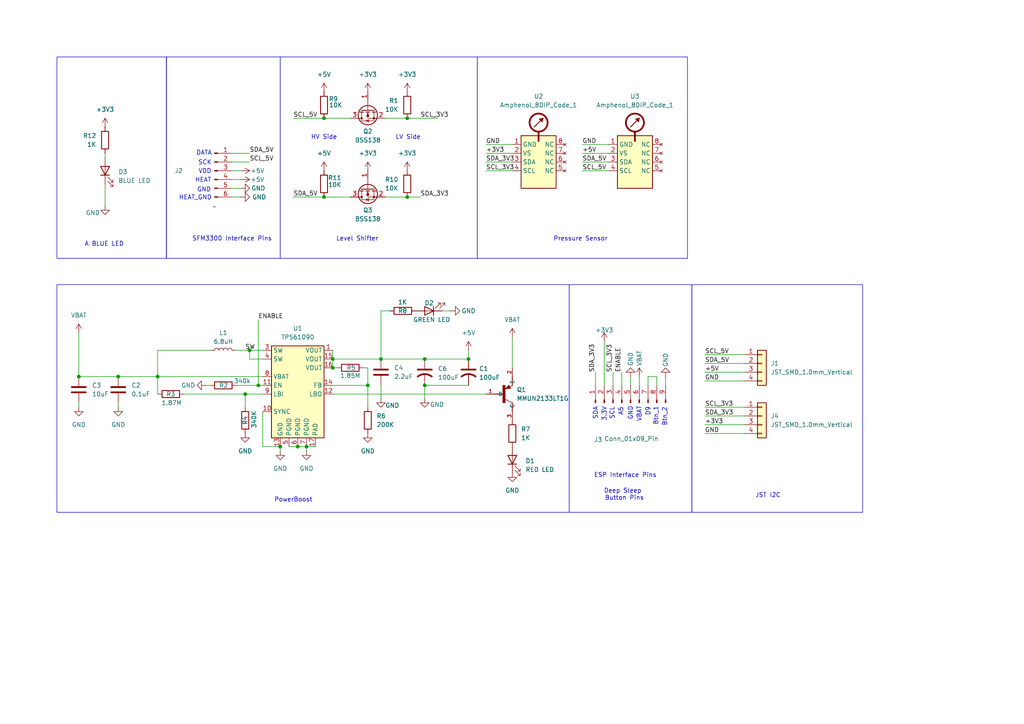
<source format=kicad_sch>
(kicad_sch (version 20250114) (generator "eeschema") (generator_version "9.0")
  (paper "A4")
  (title_block (title "Spiro Brick") (date "2025-12-30") (rev "1.3.0") (comment 1 "Urs Utzinger") (comment 2 "Mohammed T Altekreeti"))
  (lib_symbols
    (symbol "Connector:Conn_01x06_Pin" (pin_names (offset 1.016) (hide yes))
      (property "Reference" "J" (at 0 7.62 0))
      (property "Value" "Conn_01x06_Pin" (at 0 -10.16 0))
      (symbol "Conn_01x06_Pin_1_1"
        (rectangle (start 0.8636 5.207) (end 0 4.953) (stroke (width 0.1524)) (fill (type outline)))
        (rectangle (start 0.8636 2.667) (end 0 2.413) (stroke (width 0.1524)) (fill (type outline)))
        (rectangle (start 0.8636 0.127) (end 0 -0.127) (stroke (width 0.1524)) (fill (type outline)))
        (rectangle (start 0.8636 -2.413) (end 0 -2.667) (stroke (width 0.1524)) (fill (type outline)))
        (rectangle (start 0.8636 -4.953) (end 0 -5.207) (stroke (width 0.1524)) (fill (type outline)))
        (rectangle (start 0.8636 -7.493) (end 0 -7.747) (stroke (width 0.1524)) (fill (type outline)))
        (polyline (pts (xy 1.27 5.08) (xy 0.8636 5.08)) (stroke (width 0.1524)))
        (polyline (pts (xy 1.27 2.54) (xy 0.8636 2.54)) (stroke (width 0.1524)))
        (polyline (pts (xy 1.27 0) (xy 0.8636 0)) (stroke (width 0.1524)))
        (polyline (pts (xy 1.27 -2.54) (xy 0.8636 -2.54)) (stroke (width 0.1524)))
        (polyline (pts (xy 1.27 -5.08) (xy 0.8636 -5.08)) (stroke (width 0.1524)))
        (polyline (pts (xy 1.27 -7.62) (xy 0.8636 -7.62)) (stroke (width 0.1524)))
        (pin passive line (at 5.08 5.08 180) (length 3.81) (name "Pin_1") (number "1"))
        (pin passive line (at 5.08 2.54 180) (length 3.81) (name "Pin_2") (number "2"))
        (pin passive line (at 5.08 0 180) (length 3.81) (name "Pin_3") (number "3"))
        (pin passive line (at 5.08 -2.54 180) (length 3.81) (name "Pin_4") (number "4"))
        (pin passive line (at 5.08 -5.08 180) (length 3.81) (name "Pin_5") (number "5"))
        (pin passive line (at 5.08 -7.62 180) (length 3.81) (name "Pin_6") (number "6"))
      )
    )
    (symbol "Connector:Conn_01x09_Pin" (pin_names (offset 1.016) (hide yes))
      (property "Reference" "J" (at 0 12.7 0))
      (property "Value" "Conn_01x09_Pin" (at 0 -12.7 0))
      (symbol "Conn_01x09_Pin_1_1"
        (rectangle (start 0.8636 10.287) (end 0 10.033) (stroke (width 0.1524)) (fill (type outline)))
        (rectangle (start 0.8636 7.747) (end 0 7.493) (stroke (width 0.1524)) (fill (type outline)))
        (rectangle (start 0.8636 5.207) (end 0 4.953) (stroke (width 0.1524)) (fill (type outline)))
        (rectangle (start 0.8636 2.667) (end 0 2.413) (stroke (width 0.1524)) (fill (type outline)))
        (rectangle (start 0.8636 0.127) (end 0 -0.127) (stroke (width 0.1524)) (fill (type outline)))
        (rectangle (start 0.8636 -2.413) (end 0 -2.667) (stroke (width 0.1524)) (fill (type outline)))
        (rectangle (start 0.8636 -4.953) (end 0 -5.207) (stroke (width 0.1524)) (fill (type outline)))
        (rectangle (start 0.8636 -7.493) (end 0 -7.747) (stroke (width 0.1524)) (fill (type outline)))
        (rectangle (start 0.8636 -10.033) (end 0 -10.287) (stroke (width 0.1524)) (fill (type outline)))
        (polyline (pts (xy 1.27 10.16) (xy 0.8636 10.16)) (stroke (width 0.1524)))
        (polyline (pts (xy 1.27 7.62) (xy 0.8636 7.62)) (stroke (width 0.1524)))
        (polyline (pts (xy 1.27 5.08) (xy 0.8636 5.08)) (stroke (width 0.1524)))
        (polyline (pts (xy 1.27 2.54) (xy 0.8636 2.54)) (stroke (width 0.1524)))
        (polyline (pts (xy 1.27 0) (xy 0.8636 0)) (stroke (width 0.1524)))
        (polyline (pts (xy 1.27 -2.54) (xy 0.8636 -2.54)) (stroke (width 0.1524)))
        (polyline (pts (xy 1.27 -5.08) (xy 0.8636 -5.08)) (stroke (width 0.1524)))
        (polyline (pts (xy 1.27 -7.62) (xy 0.8636 -7.62)) (stroke (width 0.1524)))
        (polyline (pts (xy 1.27 -10.16) (xy 0.8636 -10.16)) (stroke (width 0.1524)))
        (pin passive line (at 5.08 10.16 180) (length 3.81) (name "Pin_1") (number "1"))
        (pin passive line (at 5.08 7.62 180) (length 3.81) (name "Pin_2") (number "2"))
        (pin passive line (at 5.08 5.08 180) (length 3.81) (name "Pin_3") (number "3"))
        (pin passive line (at 5.08 2.54 180) (length 3.81) (name "Pin_4") (number "4"))
        (pin passive line (at 5.08 0 180) (length 3.81) (name "Pin_5") (number "5"))
        (pin passive line (at 5.08 -2.54 180) (length 3.81) (name "Pin_6") (number "6"))
        (pin passive line (at 5.08 -5.08 180) (length 3.81) (name "Pin_7") (number "7"))
        (pin passive line (at 5.08 -7.62 180) (length 3.81) (name "Pin_8") (number "8"))
        (pin passive line (at 5.08 -10.16 180) (length 3.81) (name "Pin_9") (number "9"))
      )
    )
    (symbol "Device:C" (pin_numbers (hide yes)) (pin_names (offset 0.254))
      (property "Reference" "C" (at 0.635 2.54 0))
      (property "Value" "C" (at 0.635 -2.54 0))
      (symbol "C_0_1"
        (polyline (pts (xy -2.032 0.762) (xy 2.032 0.762)) (stroke (width 0.508)))
        (polyline (pts (xy -2.032 -0.762) (xy 2.032 -0.762)) (stroke (width 0.508)))
      )
      (symbol "C_1_1"
        (pin passive line (at 0 3.81 270) (length 2.794) (name "~") (number "1"))
        (pin passive line (at 0 -3.81 90) (length 2.794) (name "~") (number "2"))
      )
    )
    (symbol "Device:C_US" (pin_numbers (hide yes)) (pin_names (offset 0.254) (hide yes))
      (property "Reference" "C" (at 0.635 2.54 0))
      (property "Value" "C_US" (at 0.635 -2.54 0))
      (symbol "C_US_0_1"
        (polyline (pts (xy -2.032 0.762) (xy 2.032 0.762)) (stroke (width 0.508)))
        (arc (start -2.032 -1.27) (mid 0 -0.5572) (end 2.032 -1.27) (stroke (width 0.508)))
      )
      (symbol "C_US_1_1"
        (pin passive line (at 0 3.81 270) (length 2.794) (name "~") (number "1"))
        (pin passive line (at 0 -3.81 90) (length 3.302) (name "~") (number "2"))
      )
    )
    (symbol "Device:L" (pin_numbers (hide yes)) (pin_names (offset 1.016) (hide yes))
      (property "Reference" "L" (at -1.27 0 90))
      (property "Value" "L" (at 1.905 0 90))
      (symbol "L_0_1"
        (arc (start 0 2.54) (mid 0.6323 1.905) (end 0 1.27))
        (arc (start 0 1.27) (mid 0.6323 0.635) (end 0 0))
        (arc (start 0 0) (mid 0.6323 -0.635) (end 0 -1.27))
        (arc (start 0 -1.27) (mid 0.6323 -1.905) (end 0 -2.54))
      )
      (symbol "L_1_1"
        (pin passive line (at 0 3.81 270) (length 1.27) (name "1") (number "1"))
        (pin passive line (at 0 -3.81 90) (length 1.27) (name "2") (number "2"))
      )
    )
    (symbol "Device:LED" (pin_numbers (hide yes)) (pin_names (offset 1.016) (hide yes))
      (property "Reference" "D" (at 0 2.54 0))
      (property "Value" "LED" (at 0 -2.54 0))
      (symbol "LED_0_1"
        (polyline (pts (xy -3.048 -0.762) (xy -4.572 -2.286) (xy -3.81 -2.286) (xy -4.572 -2.286) (xy -4.572 -1.524)))
        (polyline (pts (xy -1.778 -0.762) (xy -3.302 -2.286) (xy -2.54 -2.286) (xy -3.302 -2.286) (xy -3.302 -1.524)))
        (polyline (pts (xy -1.27 0) (xy 1.27 0)))
        (polyline (pts (xy -1.27 -1.27) (xy -1.27 1.27)) (stroke (width 0.254)))
        (polyline (pts (xy 1.27 -1.27) (xy 1.27 1.27) (xy -1.27 0) (xy 1.27 -1.27)) (stroke (width 0.254)))
      )
      (symbol "LED_1_1"
        (pin passive line (at -3.81 0 0) (length 2.54) (name "K") (number "1"))
        (pin passive line (at 3.81 0 180) (length 2.54) (name "A") (number "2"))
      )
    )
    (symbol "Device:R" (pin_numbers (hide yes)) (pin_names (offset 0))
      (property "Reference" "R" (at 2.032 0 90))
      (property "Value" "R" (at 0 0 90))
      (symbol "R_0_1"
        (rectangle (start -1.016 -2.54) (end 1.016 2.54) (stroke (width 0.254)))
      )
      (symbol "R_1_1"
        (pin passive line (at 0 3.81 270) (length 1.27) (name "~") (number "1"))
        (pin passive line (at 0 -3.81 90) (length 1.27) (name "~") (number "2"))
      )
    )
    (symbol "MMUN2133LT1G:MMUN2133LT1G" (pin_names (offset 1.016))
      (property "Reference" "Q" (at 5.084 0 0))
      (property "Value" "MMUN2133LT1G" (at 5.086 -2.543 0))
      (symbol "MMUN2133LT1G_0_0"
        (polyline (pts (xy -2.54 0) (xy 0 0)) (stroke (width 0.254)))
        (rectangle (start -0.254 -2.54) (end 0.508 2.54) (stroke (width 0.1)) (fill (type outline)))
        (polyline (pts (xy 0.5159 1.478) (xy 2.0861 1.6779)) (stroke (width 0.1524)))
        (polyline (pts (xy 0.762 1.651) (xy 1.778 1.778)) (stroke (width 0.254)))
        (polyline (pts (xy 1.143 1.905) (xy 1.524 1.905)) (stroke (width 0.254)))
        (polyline (pts (xy 1.524 2.413) (xy 0.762 1.651)) (stroke (width 0.254)))
        (polyline (pts (xy 1.524 2.159) (xy 1.143 1.905)) (stroke (width 0.254)))
        (polyline (pts (xy 1.5781 2.5941) (xy 0.5159 1.478)) (stroke (width 0.1524)))
        (polyline (pts (xy 1.778 1.778) (xy 1.524 2.159)) (stroke (width 0.254)))
        (polyline (pts (xy 1.905 1.778) (xy 1.524 2.413)) (stroke (width 0.254)))
        (polyline (pts (xy 2.0861 1.6779) (xy 1.5781 2.5941)) (stroke (width 0.1524)))
        (polyline (pts (xy 2.54 5.08) (xy 2.54 2.54)) (stroke (width 0.254)))
        (polyline (pts (xy 2.54 2.54) (xy 1.808 2.1239)) (stroke (width 0.1524)))
        (polyline (pts (xy 2.54 -2.54) (xy 0.508 -1.524)) (stroke (width 0.1524)))
        (polyline (pts (xy 2.54 -2.54) (xy 2.54 -5.08)) (stroke (width 0.254)))
        (pin input line (at -5.08 0 0) (length 2.54) (name "B") (number "1"))
        (pin passive line (at 2.54 7.62 270) (length 2.54) (name "E") (number "2"))
        (pin output line (at 2.54 -7.62 90) (length 2.54) (name "C") (number "3"))
      )
    )
    (symbol "PCM_SparkFun-Connector:Conn_01x04_JST_P1.0mm_Vertical_SMD" (pin_names (offset 1.016) (hide yes))
      (property "Reference" "J" (at 0 5.08 0))
      (property "Value" "JST_SMD_1.0mm_Vertical" (at 0 -7.62 0))
      (symbol "Conn_01x04_JST_P1.0mm_Vertical_SMD_1_1"
        (rectangle (start -1.27 3.81) (end 1.27 -6.35) (stroke (width 0.254)) (fill (type background)))
        (rectangle (start -1.27 2.667) (end 0 2.413) (stroke (width 0.1524)))
        (rectangle (start -1.27 0.127) (end 0 -0.127) (stroke (width 0.1524)))
        (rectangle (start -1.27 -2.413) (end 0 -2.667) (stroke (width 0.1524)))
        (rectangle (start -1.27 -4.953) (end 0 -5.207) (stroke (width 0.1524)))
        (pin passive line (at -5.08 2.54 0) (length 3.81) (name "Pin_1") (number "1"))
        (pin passive line (at -5.08 0 0) (length 3.81) (name "Pin_2") (number "2"))
        (pin passive line (at -5.08 -2.54 0) (length 3.81) (name "Pin_3") (number "3"))
        (pin passive line (at -5.08 -5.08 0) (length 3.81) (name "Pin_4") (number "4"))
      )
    )
    (symbol "Regulator_Switching:TPS61090"
      (property "Reference" "U" (at -7.62 15.24 0))
      (property "Value" "TPS61090" (at 1.27 15.24 0))
      (symbol "TPS61090_0_0"
        (pin passive line (at -10.16 12.7 0) (length 2.54) (name "SW") (number "3"))
        (pin passive line (at -10.16 10.16 0) (length 2.54) (name "SW") (number "4"))
        (pin power_in line (at -10.16 5.08 0) (length 2.54) (name "VBAT") (number "8"))
        (pin input line (at -10.16 2.54 0) (length 2.54) (name "EN") (number "11"))
        (pin input line (at -10.16 0 0) (length 2.54) (name "LBI") (number "9"))
        (pin input line (at -10.16 -5.08 0) (length 2.54) (name "SYNC") (number "10"))
        (pin power_in line (at -5.08 -15.24 90) (length 2.54) (name "GND") (number "13"))
        (pin power_in line (at -2.54 -15.24 90) (length 2.54) (name "PGND") (number "5"))
        (pin power_in line (at 0 -15.24 90) (length 2.54) (name "PGND") (number "6"))
        (pin power_in line (at 2.54 -15.24 90) (length 2.54) (name "PGND") (number "7"))
        (pin power_in line (at 5.08 -15.24 90) (length 2.54) (name "PAD") (number "17"))
        (pin power_out line (at 10.16 12.7 180) (length 2.54) (name "VOUT") (number "1"))
        (pin passive line (at 10.16 10.16 180) (length 2.54) (name "VOUT") (number "15"))
        (pin passive line (at 10.16 7.62 180) (length 2.54) (name "VOUT") (number "16"))
        (pin input line (at 10.16 2.54 180) (length 2.54) (name "FB") (number "14"))
        (pin open_collector line (at 10.16 0 180) (length 2.54) (name "LBO") (number "12"))
        (pin no_connect line (at 10.16 -5.08 180) (length 2.54) (hide yes) (name "NC") (number "2"))
      )
      (symbol "TPS61090_0_1"
        (rectangle (start -7.62 13.97) (end 7.62 -12.7) (stroke (width 0.254)) (fill (type background)))
      )
    )
    (symbol "Spiro_Brick:8DIP_Amphenol_Code_1"
      (property "Reference" "U" (at -5.08 8.89 0))
      (property "Value" "Amphenol_8DIP_Code_1" (at -10.922 -5.588 0))
      (symbol "8DIP_Amphenol_Code_1_0_1"
        (rectangle (start -5.08 7.62) (end 5.08 -7.62) (stroke (width 0.254)) (fill (type background)))
        (polyline (pts (xy -1.27 10.16) (xy 1.27 12.7)) (stroke (width 0.254)))
        (circle (center 0 11.43) (radius 2.6162) (stroke (width 0.508)))
        (polyline (pts (xy 0 8.636) (xy 0 6.096)) (stroke (width 0.508)))
        (polyline (pts (xy 1.27 12.7) (xy 1.016 11.684) (xy 0.254 12.446) (xy 1.27 12.7)) (stroke (width 0.254)) (fill (type outline)))
      )
      (symbol "8DIP_Amphenol_Code_1_1_0"
        (pin no_connect line (at 7.62 0 180) (length 2.54) (name "NC") (number "6"))
        (pin no_connect line (at 7.62 -2.54 180) (length 2.54) (name "NC") (number "5"))
      )
      (symbol "8DIP_Amphenol_Code_1_1_1"
        (pin power_in line (at -7.62 5.08 0) (length 2.54) (name "GND") (number "1"))
        (pin power_in line (at -7.62 2.54 0) (length 2.54) (name "VS") (number "2"))
        (pin bidirectional line (at -7.62 0 0) (length 2.54) (name "SDA") (number "3"))
        (pin input line (at -7.62 -2.54 0) (length 2.54) (name "SCL") (number "4"))
        (pin no_connect line (at 7.62 5.08 180) (length 2.54) (name "NC") (number "8"))
        (pin no_connect line (at 7.62 2.54 180) (length 2.54) (name "NC") (number "7"))
      )
    )
    (symbol "Transistor_FET:BSS138" (pin_names (offset 0) (hide yes))
      (property "Reference" "Q" (at 5.08 1.905 0))
      (property "Value" "BSS138" (at 5.08 0 0))
      (symbol "BSS138_0_1"
        (polyline (pts (xy 0.254 1.905) (xy 0.254 -1.905)) (stroke (width 0.254)))
        (polyline (pts (xy 0.254 0) (xy -2.54 0)))
        (polyline (pts (xy 0.762 2.286) (xy 0.762 1.27)) (stroke (width 0.254)))
        (polyline (pts (xy 0.762 0.508) (xy 0.762 -0.508)) (stroke (width 0.254)))
        (polyline (pts (xy 0.762 -1.27) (xy 0.762 -2.286)) (stroke (width 0.254)))
        (polyline (pts (xy 0.762 -1.778) (xy 3.302 -1.778) (xy 3.302 1.778) (xy 0.762 1.778)))
        (polyline (pts (xy 1.016 0) (xy 2.032 0.381) (xy 2.032 -0.381) (xy 1.016 0)) (fill (type outline)))
        (circle (center 1.651 0) (radius 2.794) (stroke (width 0.254)))
        (polyline (pts (xy 2.54 2.54) (xy 2.54 1.778)))
        (circle (center 2.54 1.778) (radius 0.254) (fill (type outline)))
        (circle (center 2.54 -1.778) (radius 0.254) (fill (type outline)))
        (polyline (pts (xy 2.54 -2.54) (xy 2.54 0) (xy 0.762 0)))
        (polyline (pts (xy 2.921 0.381) (xy 3.683 0.381)))
        (polyline (pts (xy 3.302 0.381) (xy 2.921 -0.254) (xy 3.683 -0.254) (xy 3.302 0.381)))
      )
      (symbol "BSS138_1_1"
        (pin input line (at -5.08 0 0) (length 2.54) (name "G") (number "1"))
        (pin passive line (at 2.54 5.08 270) (length 2.54) (name "D") (number "3"))
        (pin passive line (at 2.54 -5.08 90) (length 2.54) (name "S") (number "2"))
      )
    )
    (symbol "power:+3V3" (power) (pin_numbers (hide yes)) (pin_names (offset 0) (hide yes))
      (property "Value" "+3V3" (at 0 3.556 0))
      (symbol "+3V3_0_1"
        (polyline (pts (xy -0.762 1.27) (xy 0 2.54)))
        (polyline (pts (xy 0 2.54) (xy 0.762 1.27)))
        (polyline (pts (xy 0 0) (xy 0 2.54)))
      )
      (symbol "+3V3_1_1"
        (pin power_in line (at 0 0 90) (length 0) (name "~") (number "1"))
      )
    )
    (symbol "power:+3V8" (power) (pin_numbers (hide yes)) (pin_names (offset 0) (hide yes))
      (property "Value" "+3V8" (at 0 3.556 0))
      (symbol "+3V8_0_1"
        (polyline (pts (xy -0.762 1.27) (xy 0 2.54)))
        (polyline (pts (xy 0 2.54) (xy 0.762 1.27)))
        (polyline (pts (xy 0 0) (xy 0 2.54)))
      )
      (symbol "+3V8_1_1"
        (pin power_in line (at 0 0 90) (length 0) (name "~") (number "1"))
      )
    )
    (symbol "power:+5V" (power) (pin_numbers (hide yes)) (pin_names (offset 0) (hide yes))
      (property "Value" "+5V" (at 0 3.556 0))
      (symbol "+5V_0_1"
        (polyline (pts (xy -0.762 1.27) (xy 0 2.54)))
        (polyline (pts (xy 0 2.54) (xy 0.762 1.27)))
        (polyline (pts (xy 0 0) (xy 0 2.54)))
      )
      (symbol "+5V_1_1"
        (pin power_in line (at 0 0 90) (length 0) (name "~") (number "1"))
      )
    )
    (symbol "power:GND" (power) (pin_numbers (hide yes)) (pin_names (offset 0) (hide yes))
      (property "Value" "GND" (at 0 -3.81 0))
      (symbol "GND_0_1"
        (polyline (pts (xy 0 0) (xy 0 -1.27) (xy 1.27 -1.27) (xy 0 -2.54) (xy -1.27 -1.27) (xy 0 -1.27)))
      )
      (symbol "GND_1_1"
        (pin power_in line (at 0 0 270) (length 0) (name "~") (number "1"))
      )
    )
  )
  (rectangle (start 200.66 82.55) (end 250.19 148.59))
  (rectangle (start 16.51 82.55) (end 165.1 148.59))
  (rectangle (start 81.28 16.51) (end 138.43 74.93))
  (rectangle (start 138.43 16.51) (end 199.39 74.93))
  (rectangle (start 165.1 82.55) (end 200.66 148.59))
  (rectangle (start 48.26 16.51) (end 81.28 74.93))
  (rectangle (start 16.51 16.51) (end 48.26 74.93))
  (text "A5" (at 180.086 119.38 90) (effects (font (size 1.27 1.27))))
  (text "HEAT" (at 58.928 52.324 0) (effects (font (size 1.27 1.27))))
  (text "SDA" (at 172.72 119.888 90) (effects (font (size 1.27 1.27))))
  (text "ESP Interface Pins\n" (at 181.356 137.922 0) (effects (font (size 1.27 1.27))))
  (text "SFM3300 Interface Pins" (at 67.31 69.342 0) (effects (font (size 1.27 1.27))))
  (text "Level Shifter" (at 103.632 69.342 0) (effects (font (size 1.27 1.27))))
  (text "SCK" (at 59.436 47.244 0) (effects (font (size 1.27 1.27))))
  (text "SCL" (at 177.546 119.888 90) (effects (font (size 1.27 1.27))))
  (text "HV Side\n" (at 93.98 39.878 0) (effects (font (size 1.27 1.27))))
  (text "Deep Sleep \nButton Pins\n" (at 181.102 143.51 0) (effects (font (size 1.27 1.27))))
  (text "Btn_1" (at 190.246 120.65 90) (effects (font (size 1.27 1.27))))
  (text "Btn_2" (at 192.786 120.904 90) (effects (font (size 1.27 1.27))))
  (text "LV Side\n" (at 118.364 39.878 0) (effects (font (size 1.27 1.27))))
  (text "DATA" (at 59.182 44.45 0) (effects (font (size 1.27 1.27))))
  (text "D9" (at 187.96 119.38 90) (effects (font (size 1.27 1.27))))
  (text "Pressure Sensor" (at 168.402 69.342 0) (effects (font (size 1.27 1.27))))
  (text "GND" (at 59.182 55.118 0) (effects (font (size 1.27 1.27))))
  (text "VBAT" (at 185.42 120.142 90) (effects (font (size 1.27 1.27))))
  (text "PowerBoost" (at 85.09 145.034 0) (effects (font (size 1.27 1.27))))
  (text "A BLUE LED" (at 30.226 70.866 0) (effects (font (size 1.27 1.27))))
  (text "3.3V" (at 175.26 120.142 90) (effects (font (size 1.27 1.27))))
  (text "VDD" (at 59.436 49.784 0) (effects (font (size 1.27 1.27))))
  (text "JST I2C" (at 222.758 143.764 0) (effects (font (size 1.27 1.27))))
  (text "HEAT_GND" (at 56.642 57.404 0) (effects (font (size 1.27 1.27))))
  (text "GND" (at 182.88 119.888 90) (effects (font (size 1.27 1.27))))
  (junction (at 74.93 111.76))
  (junction (at 96.52 106.68))
  (junction (at 93.98 57.15))
  (junction (at 96.52 104.14))
  (junction (at 123.19 104.14))
  (junction (at 123.19 111.76))
  (junction (at 81.28 129.54))
  (junction (at 34.29 109.22))
  (junction (at 45.72 109.22))
  (junction (at 22.86 109.22))
  (junction (at 135.89 104.14))
  (junction (at 110.49 104.14))
  (junction (at 88.9 129.54))
  (junction (at 118.11 34.29))
  (junction (at 72.39 101.6))
  (junction (at 93.98 34.29))
  (junction (at 106.68 111.76))
  (junction (at 118.11 57.15))
  (junction (at 86.36 129.54))
  (junction (at 71.12 114.3))
  (wire (pts (xy 204.47 110.49) (xy 215.9 110.49)))
  (wire (pts (xy 68.58 111.76) (xy 74.93 111.76)))
  (wire (pts (xy 128.27 90.17) (xy 130.81 90.17)))
  (wire (pts (xy 204.47 125.73) (xy 215.9 125.73)))
  (wire (pts (xy 168.91 44.45) (xy 176.53 44.45)))
  (wire (pts (xy 204.47 118.11) (xy 215.9 118.11)))
  (wire (pts (xy 96.52 106.68) (xy 97.79 106.68)))
  (wire (pts (xy 88.9 129.54) (xy 88.9 130.81)))
  (wire (pts (xy 83.82 129.54) (xy 86.36 129.54)))
  (wire (pts (xy 45.72 101.6) (xy 60.96 101.6)))
  (wire (pts (xy 105.41 106.68) (xy 106.68 106.68)))
  (wire (pts (xy 110.49 90.17) (xy 110.49 104.14)))
  (wire (pts (xy 185.42 109.22) (xy 185.42 111.76)))
  (wire (pts (xy 72.39 104.14) (xy 72.39 101.6)))
  (wire (pts (xy 110.49 104.14) (xy 123.19 104.14)))
  (wire (pts (xy 76.2 129.54) (xy 81.28 129.54)))
  (wire (pts (xy 140.97 49.53) (xy 148.59 49.53)))
  (wire (pts (xy 135.89 101.6) (xy 135.89 104.14)))
  (wire (pts (xy 172.72 107.95) (xy 172.72 111.76)))
  (wire (pts (xy 71.12 114.3) (xy 71.12 118.11)))
  (wire (pts (xy 96.52 101.6) (xy 96.52 104.14)))
  (wire (pts (xy 168.91 46.99) (xy 176.53 46.99)))
  (wire (pts (xy 110.49 90.17) (xy 113.03 90.17)))
  (wire (pts (xy 177.8 107.95) (xy 177.8 111.76)))
  (wire (pts (xy 101.6 57.15) (xy 93.98 57.15)))
  (wire (pts (xy 140.97 46.99) (xy 148.59 46.99)))
  (wire (pts (xy 22.86 109.22) (xy 34.29 109.22)))
  (wire (pts (xy 204.47 105.41) (xy 215.9 105.41)))
  (wire (pts (xy 168.91 49.53) (xy 176.53 49.53)))
  (wire (pts (xy 123.19 115.57) (xy 123.19 111.76)))
  (wire (pts (xy 168.91 41.91) (xy 176.53 41.91)))
  (wire (pts (xy 187.96 111.76) (xy 187.96 109.22)))
  (wire (pts (xy 88.9 129.54) (xy 91.44 129.54)))
  (wire (pts (xy 106.68 111.76) (xy 106.68 106.68)))
  (wire (pts (xy 67.31 49.53) (xy 69.85 49.53)))
  (wire (pts (xy 67.31 52.07) (xy 69.85 52.07)))
  (wire (pts (xy 34.29 109.22) (xy 45.72 109.22)))
  (wire (pts (xy 68.58 101.6) (xy 72.39 101.6)))
  (wire (pts (xy 93.98 57.15) (xy 85.09 57.15)))
  (wire (pts (xy 96.52 104.14) (xy 96.52 106.68)))
  (wire (pts (xy 140.97 44.45) (xy 148.59 44.45)))
  (wire (pts (xy 123.19 104.14) (xy 135.89 104.14)))
  (wire (pts (xy 96.52 104.14) (xy 110.49 104.14)))
  (wire (pts (xy 204.47 123.19) (xy 215.9 123.19)))
  (wire (pts (xy 22.86 96.52) (xy 22.86 109.22)))
  (wire (pts (xy 74.93 92.71) (xy 74.93 111.76)))
  (wire (pts (xy 81.28 129.54) (xy 81.28 130.81)))
  (wire (pts (xy 180.34 107.95) (xy 180.34 111.76)))
  (wire (pts (xy 85.09 34.29) (xy 93.98 34.29)))
  (wire (pts (xy 193.04 109.22) (xy 193.04 111.76)))
  (wire (pts (xy 118.11 34.29) (xy 127 34.29)))
  (wire (pts (xy 72.39 101.6) (xy 76.2 101.6)))
  (wire (pts (xy 67.31 57.15) (xy 69.85 57.15)))
  (wire (pts (xy 76.2 119.38) (xy 76.2 129.54)))
  (wire (pts (xy 175.26 99.06) (xy 175.26 111.76)))
  (wire (pts (xy 106.68 111.76) (xy 106.68 118.11)))
  (wire (pts (xy 101.6 34.29) (xy 93.98 34.29)))
  (wire (pts (xy 182.88 109.22) (xy 182.88 111.76)))
  (wire (pts (xy 30.48 44.45) (xy 30.48 45.72)))
  (wire (pts (xy 45.72 109.22) (xy 76.2 109.22)))
  (wire (pts (xy 190.5 109.22) (xy 190.5 111.76)))
  (wire (pts (xy 123.19 111.76) (xy 135.89 111.76)))
  (wire (pts (xy 45.72 109.22) (xy 45.72 114.3)))
  (wire (pts (xy 67.31 44.45) (xy 72.39 44.45)))
  (wire (pts (xy 30.48 53.34) (xy 30.48 59.69)))
  (wire (pts (xy 204.47 107.95) (xy 215.9 107.95)))
  (wire (pts (xy 67.31 54.61) (xy 69.85 54.61)))
  (wire (pts (xy 148.59 97.79) (xy 148.59 106.68)))
  (wire (pts (xy 121.92 57.15) (xy 118.11 57.15)))
  (wire (pts (xy 67.31 46.99) (xy 72.39 46.99)))
  (wire (pts (xy 53.34 114.3) (xy 71.12 114.3)))
  (wire (pts (xy 22.86 116.84) (xy 22.86 118.11)))
  (wire (pts (xy 60.96 111.76) (xy 59.69 111.76)))
  (wire (pts (xy 118.11 34.29) (xy 111.76 34.29)))
  (wire (pts (xy 96.52 111.76) (xy 106.68 111.76)))
  (wire (pts (xy 72.39 104.14) (xy 76.2 104.14)))
  (wire (pts (xy 204.47 102.87) (xy 215.9 102.87)))
  (wire (pts (xy 86.36 129.54) (xy 88.9 129.54)))
  (wire (pts (xy 187.96 109.22) (xy 190.5 109.22)))
  (wire (pts (xy 74.93 111.76) (xy 76.2 111.76)))
  (wire (pts (xy 96.52 114.3) (xy 140.97 114.3)))
  (wire (pts (xy 110.49 115.57) (xy 110.49 111.76)))
  (wire (pts (xy 45.72 109.22) (xy 45.72 101.6)))
  (wire (pts (xy 71.12 114.3) (xy 76.2 114.3)))
  (wire (pts (xy 204.47 120.65) (xy 215.9 120.65)))
  (wire (pts (xy 140.97 41.91) (xy 148.59 41.91)))
  (wire (pts (xy 118.11 57.15) (xy 111.76 57.15)))
  (wire (pts (xy 34.29 116.84) (xy 34.29 118.11)))
  (label "SDA_5V" (at 85.09 57.15 0))
  (label "GND" (at 168.91 41.91 0))
  (label "SCL_3V3" (at 177.8 107.95 90))
  (label "SDA_3V3" (at 140.97 46.99 0))
  (label "SDA_3V3" (at 204.47 120.65 0))
  (label "SDA_5V" (at 72.39 44.45 0))
  (label "SCL_3V3" (at 121.92 34.29 0))
  (label "SW" (at 71.12 101.6 0))
  (label "SDA_3V3" (at 172.72 107.95 90))
  (label "SDA_5V" (at 204.47 105.41 0))
  (label "+5V" (at 168.91 44.45 0))
  (label "GND" (at 204.47 125.73 0))
  (label "SCL_3V3" (at 204.47 118.11 0))
  (label "+3V3" (at 204.47 123.19 0))
  (label "+5V" (at 204.47 107.95 0))
  (label "ENABLE" (at 180.34 107.95 90))
  (label "ENABLE" (at 74.93 92.71 0))
  (label "+3V3" (at 140.97 44.45 0))
  (label "SCL_5V" (at 72.39 46.99 0))
  (label "SDA_5V" (at 168.91 46.99 0))
  (label "SCL_3V3" (at 140.97 49.53 0))
  (label "SDA_3V3" (at 121.92 57.15 0))
  (label "SCL_5V" (at 168.91 49.53 0))
  (label "SCL_5V" (at 85.09 34.29 0))
  (label "GND" (at 204.47 110.49 0))
  (label "SCL_5V" (at 204.47 102.87 0))
  (label "GND" (at 140.97 41.91 0))
  (symbol (lib_id "power:GND") (at 130.81 90.17 90) (unit 1)
    (property "Reference" "#PWR013" (effects (hide yes)))
    (property "Value" "GND" (at 135.89 90.17 90))
    (property "Description" "Power symbol creates a global label with name \"GND\" , ground" (effects (hide yes)))
  )
  (symbol (lib_id "power:GND") (at 30.48 59.69 0) (unit 1)
    (property "Reference" "#PWR030" (effects (hide yes)))
    (property "Value" "GND" (at 26.924 61.722 0))
    (property "Description" "Power symbol creates a global label with name \"GND\" , ground" (effects (hide yes)))
  )
  (symbol (lib_id "Device:R") (at 118.11 30.48 0) (mirror y) (unit 1)
    (property "Reference" "R1" (at 115.57 29.2099 0) (effects (justify left)))
    (property "Value" "10K" (at 115.57 31.7499 0) (effects (justify left)))
    (property "Footprint" "Resistor_SMD:R_0805_2012Metric_Pad1.20x1.40mm_HandSolder" (effects (hide yes)))
    (property "Description" "Resistor" (effects (hide yes)))
  )
  (symbol (lib_id "power:GND") (at 69.85 57.15 90) (unit 1)
    (property "Reference" "#PWR032" (effects (hide yes)))
    (property "Value" "GND" (at 75.184 57.15 90))
    (property "Description" "Power symbol creates a global label with name \"GND\" , ground" (effects (hide yes)))
  )
  (symbol (lib_id "Connector:Conn_01x06_Pin") (at 62.23 49.53 0) (unit 1)
    (property "Reference" "J2" (at 51.816 49.53 0))
    (property "Value" "~" (at 62.23 59.944 0))
    (property "Footprint" "Connector_PinHeader_2.54mm:PinHeader_1x06_P2.54mm_Vertical" (effects (hide yes)))
    (property "Description" "Generic connector, single row, 01x06, script generated" (effects (hide yes)))
  )
  (symbol (lib_id "Device:R") (at 93.98 53.34 0) (mirror y) (unit 1)
    (property "Reference" "R11" (at 99.06 51.562 0) (effects (justify left)))
    (property "Value" "10K" (at 99.06 53.594 0) (effects (justify left)))
    (property "Footprint" "Resistor_SMD:R_0805_2012Metric_Pad1.20x1.40mm_HandSolder" (effects (hide yes)))
    (property "Description" "Resistor" (effects (hide yes)))
  )
  (symbol (lib_id "Device:C") (at 22.86 113.03 0) (unit 1)
    (property "Reference" "C3" (at 26.67 111.7599 0) (effects (justify left)))
    (property "Value" "10uF" (at 26.67 114.2999 0) (effects (justify left)))
    (property "Footprint" "Capacitor_SMD:C_0805_2012Metric_Pad1.18x1.45mm_HandSolder" (effects (hide yes)))
    (property "Description" "Unpolarized capacitor" (effects (hide yes)))
  )
  (symbol (lib_id "power:GND") (at 182.88 109.22 180) (unit 1)
    (property "Reference" "#PWR022" (effects (hide yes)))
    (property "Value" "GND" (at 182.88 104.14 90))
    (property "Description" "Power symbol creates a global label with name \"GND\" , ground" (effects (hide yes)))
  )
  (symbol (lib_id "Device:LED") (at 148.59 133.35 90) (unit 1)
    (property "Reference" "D1" (at 152.4 133.6674 90) (effects (justify right)))
    (property "Value" "RED LED" (at 152.4 136.2074 90) (effects (justify right)))
    (property "Footprint" "LED_SMD:LED_0805_2012Metric" (effects (hide yes)))
    (property "Description" "Light emitting diode" (effects (hide yes)))
    (property "Sim.Pins" "1=K 2=A" (effects (hide yes)))
  )
  (symbol (lib_id "power:GND") (at 81.28 130.81 0) (unit 1)
    (property "Reference" "#PWR04" (effects (hide yes)))
    (property "Value" "GND" (at 81.28 135.89 0))
    (property "Description" "Power symbol creates a global label with name \"GND\" , ground" (effects (hide yes)))
  )
  (symbol (lib_id "power:+3V3") (at 118.11 26.67 0) (mirror y) (unit 1)
    (property "Reference" "#PWR015" (effects (hide yes)))
    (property "Value" "+3V3" (at 118.11 21.59 0))
    (property "Description" "Power symbol creates a global label with name \"+3V3\"" (effects (hide yes)))
  )
  (symbol (lib_id "power:+3V3") (at 175.26 99.06 0) (mirror y) (unit 1)
    (property "Reference" "#PWR023" (effects (hide yes)))
    (property "Value" "+3V3" (at 175.26 95.758 0))
    (property "Description" "Power symbol creates a global label with name \"+3V3\"" (effects (hide yes)))
  )
  (symbol (lib_id "power:+3V8") (at 22.86 96.52 0) (unit 1)
    (property "Reference" "#PWR01" (effects (hide yes)))
    (property "Value" "VBAT" (at 22.86 91.44 0))
    (property "Description" "Power symbol creates a global label with name \"+3V8\"" (effects (hide yes)))
  )
  (symbol (lib_id "Device:LED") (at 124.46 90.17 180) (unit 1)
    (property "Reference" "D2" (at 124.46 87.884 0))
    (property "Value" "GREEN LED" (at 125.222 92.71 0))
    (property "Footprint" "LED_SMD:LED_0805_2012Metric" (effects (hide yes)))
    (property "Description" "Light emitting diode" (effects (hide yes)))
    (property "Sim.Pins" "1=K 2=A" (effects (hide yes)))
  )
  (symbol (lib_id "power:GND") (at 148.59 137.16 0) (unit 1)
    (property "Reference" "#PWR012" (effects (hide yes)))
    (property "Value" "GND" (at 148.59 142.24 0))
    (property "Description" "Power symbol creates a global label with name \"GND\" , ground" (effects (hide yes)))
  )
  (symbol (lib_id "power:+5V") (at 69.85 52.07 270) (unit 1)
    (property "Reference" "#PWR033" (effects (hide yes)))
    (property "Value" "+5V" (at 74.676 52.07 90))
    (property "Description" "Power symbol creates a global label with name \"+5V\"" (effects (hide yes)))
  )
  (symbol (lib_id "power:+3V8") (at 148.59 97.79 0) (unit 1)
    (property "Reference" "#PWR011" (effects (hide yes)))
    (property "Value" "VBAT" (at 148.59 92.71 0))
    (property "Description" "Power symbol creates a global label with name \"+3V8\"" (effects (hide yes)))
  )
  (symbol (lib_id "PCM_SparkFun-Connector:Conn_01x04_JST_P1.0mm_Vertical_SMD") (at 220.98 105.41 0) (unit 1)
    (property "Reference" "J1" (at 223.52 105.4099 0) (effects (justify left)))
    (property "Value" "JST_SMD_1.0mm_Vertical" (at 223.52 107.9499 0) (effects (justify left)))
    (property "Footprint" "PCM_SparkFun-Connector:JST_1x04_P1.0mm_Vertical_SMD" (effects (hide yes)))
    (property "Description" "4 pin JST 1mm polarized connector for I2C" (effects (hide yes)))
    (property "PROD_ID" "CONN-14483" (effects (hide yes)))
  )
  (symbol (lib_id "Device:R") (at 106.68 121.92 0) (unit 1)
    (property "Reference" "R6" (at 109.22 120.6499 0) (effects (justify left)))
    (property "Value" "200K" (at 109.22 123.1899 0) (effects (justify left)))
    (property "Footprint" "Resistor_SMD:R_0805_2012Metric_Pad1.20x1.40mm_HandSolder" (effects (hide yes)))
    (property "Description" "Resistor" (effects (hide yes)))
  )
  (symbol (lib_id "Device:R") (at 71.12 121.92 180) (unit 1)
    (property "Reference" "R4" (at 71.12 121.92 90))
    (property "Value" "340K" (at 73.66 121.666 90))
    (property "Footprint" "Resistor_SMD:R_0805_2012Metric_Pad1.20x1.40mm_HandSolder" (effects (hide yes)))
    (property "Description" "Resistor" (effects (hide yes)))
  )
  (symbol (lib_id "Device:C_US") (at 135.89 107.95 0) (unit 1)
    (property "Reference" "C1" (at 138.938 106.934 0) (effects (justify left)))
    (property "Value" "100uF" (at 138.938 109.474 0) (effects (justify left)))
    (property "Footprint" "Capacitor_SMD:C_1210_3225Metric_Pad1.33x2.70mm_HandSolder" (effects (hide yes)))
    (property "Description" "capacitor, US symbol" (effects (hide yes)))
  )
  (symbol (lib_id "power:GND") (at 59.69 111.76 270) (unit 1)
    (property "Reference" "#PWR02" (effects (hide yes)))
    (property "Value" "GND" (at 54.61 111.76 90))
    (property "Description" "Power symbol creates a global label with name \"GND\" , ground" (effects (hide yes)))
  )
  (symbol (lib_id "power:GND") (at 110.49 115.57 0) (unit 1)
    (property "Reference" "#PWR08" (effects (hide yes)))
    (property "Value" "GND" (at 113.792 117.602 0))
    (property "Description" "Power symbol creates a global label with name \"GND\" , ground" (effects (hide yes)))
  )
  (symbol (lib_id "Transistor_FET:BSS138") (at 106.68 31.75 90) (mirror x) (unit 1)
    (property "Reference" "Q2" (at 106.68 38.1 90))
    (property "Value" "BSS138" (at 106.68 40.64 90))
    (property "Footprint" "Package_TO_SOT_SMD:SOT-23" (effects (hide yes)))
    (property "Datasheet" "https://www.onsemi.com/pub/Collateral/BSS138-D.PDF" (effects (hide yes)))
    (property "Description" "50V Vds, 0.22A Id, N-Channel MOSFET, SOT-23" (effects (hide yes)))
  )
  (symbol (lib_id "power:+3V8") (at 185.42 109.22 0) (unit 1)
    (property "Reference" "#PWR021" (effects (hide yes)))
    (property "Value" "VBAT" (at 185.42 103.886 90))
    (property "Description" "Power symbol creates a global label with name \"+3V8\"" (effects (hide yes)))
  )
  (symbol (lib_id "power:+5V") (at 93.98 49.53 0) (mirror y) (unit 1)
    (property "Reference" "#PWR020" (effects (hide yes)))
    (property "Value" "+5V" (at 93.98 44.45 0))
    (property "Description" "Power symbol creates a global label with name \"+5V\"" (effects (hide yes)))
  )
  (symbol (lib_id "Spiro_Brick:8DIP_Amphenol_Code_1") (at 184.15 46.99 0) (unit 1)
    (property "Reference" "U3" (at 184.15 27.94 0))
    (property "Value" "Amphenol_8DIP_Code_1" (at 184.15 30.48 0))
    (property "Footprint" "Spiro_Brick:Amphenol_DIP-8_W13.08mm" (effects (hide yes)))
  )
  (symbol (lib_id "Device:R") (at 30.48 40.64 0) (mirror y) (unit 1)
    (property "Reference" "R12" (at 27.94 39.3699 0) (effects (justify left)))
    (property "Value" "1K" (at 27.94 41.9099 0) (effects (justify left)))
    (property "Footprint" "Resistor_SMD:R_0805_2012Metric_Pad1.20x1.40mm_HandSolder" (effects (hide yes)))
    (property "Description" "Resistor" (effects (hide yes)))
  )
  (symbol (lib_id "Device:C_US") (at 123.19 107.95 0) (unit 1)
    (property "Reference" "C6" (at 127 106.9339 0) (effects (justify left)))
    (property "Value" "100uF" (at 127 109.4739 0) (effects (justify left)))
    (property "Footprint" "Capacitor_SMD:C_1210_3225Metric_Pad1.33x2.70mm_HandSolder" (effects (hide yes)))
    (property "Description" "capacitor, US symbol" (effects (hide yes)))
  )
  (symbol (lib_id "power:GND") (at 34.29 118.11 0) (unit 1)
    (property "Reference" "#PWR07" (effects (hide yes)))
    (property "Value" "GND" (at 34.29 123.19 0))
    (property "Description" "Power symbol creates a global label with name \"GND\" , ground" (effects (hide yes)))
  )
  (symbol (lib_id "power:+3V3") (at 30.48 36.83 0) (mirror y) (unit 1)
    (property "Reference" "#PWR029" (effects (hide yes)))
    (property "Value" "+3V3" (at 30.48 31.75 0))
    (property "Description" "Power symbol creates a global label with name \"+3V3\"" (effects (hide yes)))
  )
  (symbol (lib_id "power:GND") (at 106.68 125.73 0) (unit 1)
    (property "Reference" "#PWR014" (effects (hide yes)))
    (property "Value" "GND" (at 106.68 130.81 0))
    (property "Description" "Power symbol creates a global label with name \"GND\" , ground" (effects (hide yes)))
  )
  (symbol (lib_id "power:GND") (at 69.85 54.61 90) (unit 1)
    (property "Reference" "#PWR031" (effects (hide yes)))
    (property "Value" "GND" (at 74.93 54.61 90))
    (property "Description" "Power symbol creates a global label with name \"GND\" , ground" (effects (hide yes)))
  )
  (symbol (lib_id "power:+5V") (at 69.85 49.53 270) (unit 1)
    (property "Reference" "#PWR034" (effects (hide yes)))
    (property "Value" "+5V" (at 74.676 49.53 90))
    (property "Description" "Power symbol creates a global label with name \"+5V\"" (effects (hide yes)))
  )
  (symbol (lib_id "power:GND") (at 123.19 115.57 0) (unit 1)
    (property "Reference" "#PWR09" (effects (hide yes)))
    (property "Value" "GND" (at 126.746 117.348 0))
    (property "Description" "Power symbol creates a global label with name \"GND\" , ground" (effects (hide yes)))
  )
  (symbol (lib_id "Device:R") (at 148.59 125.73 0) (unit 1)
    (property "Reference" "R7" (at 151.13 124.4599 0) (effects (justify left)))
    (property "Value" "1K" (at 151.13 126.9999 0) (effects (justify left)))
    (property "Footprint" "Resistor_SMD:R_0805_2012Metric_Pad1.20x1.40mm_HandSolder" (effects (hide yes)))
    (property "Description" "Resistor" (effects (hide yes)))
  )
  (symbol (lib_id "PCM_SparkFun-Connector:Conn_01x04_JST_P1.0mm_Vertical_SMD") (at 220.98 120.65 0) (unit 1)
    (property "Reference" "J4" (at 223.52 120.6499 0) (effects (justify left)))
    (property "Value" "JST_SMD_1.0mm_Vertical" (at 223.52 123.1899 0) (effects (justify left)))
    (property "Footprint" "PCM_SparkFun-Connector:JST_1x04_P1.0mm_Vertical_SMD" (effects (hide yes)))
    (property "Description" "4 pin JST 1mm polarized connector for I2C" (effects (hide yes)))
    (property "PROD_ID" "CONN-14483" (effects (hide yes)))
  )
  (symbol (lib_id "Spiro_Brick:8DIP_Amphenol_Code_1") (at 156.21 46.99 0) (unit 1)
    (property "Reference" "U2" (at 156.21 27.94 0))
    (property "Value" "Amphenol_8DIP_Code_1" (at 156.21 30.48 0))
    (property "Footprint" "Spiro_Brick:Amphenol_DIP-8_W13.08mm" (effects (hide yes)))
  )
  (symbol (lib_id "Device:R") (at 49.53 114.3 90) (unit 1)
    (property "Reference" "R3" (at 49.53 114.3 90))
    (property "Value" "1.87M" (at 49.784 116.84 90))
    (property "Footprint" "Resistor_SMD:R_0805_2012Metric_Pad1.20x1.40mm_HandSolder" (effects (hide yes)))
    (property "Description" "Resistor" (effects (hide yes)))
  )
  (symbol (lib_id "power:+3V3") (at 106.68 26.67 0) (mirror y) (unit 1)
    (property "Reference" "#PWR016" (effects (hide yes)))
    (property "Value" "+3V3" (at 106.68 21.59 0))
    (property "Description" "Power symbol creates a global label with name \"+3V3\"" (effects (hide yes)))
  )
  (symbol (lib_id "Device:R") (at 101.6 106.68 90) (unit 1)
    (property "Reference" "R5" (at 101.854 106.68 90))
    (property "Value" "1.85M" (at 101.6 108.966 90))
    (property "Footprint" "Resistor_SMD:R_0805_2012Metric_Pad1.20x1.40mm_HandSolder" (effects (hide yes)))
    (property "Description" "Resistor" (effects (hide yes)))
  )
  (symbol (lib_id "power:GND") (at 88.9 130.81 0) (unit 1)
    (property "Reference" "#PWR05" (effects (hide yes)))
    (property "Value" "GND" (at 88.9 135.89 0))
    (property "Description" "Power symbol creates a global label with name \"GND\" , ground" (effects (hide yes)))
  )
  (symbol (lib_id "Regulator_Switching:TPS61090") (at 86.36 114.3 0) (unit 1)
    (property "Reference" "U1" (at 86.36 95.25 0))
    (property "Value" "TPS61090" (at 86.36 97.79 0))
    (property "Footprint" "Package_DFN_QFN:Texas_RSA_VQFN-16-1EP_4x4mm_P0.65mm_EP2.7x2.7mm_ThermalVias" (effects (hide yes)))
    (property "Datasheet" "http://www.ti.com/lit/ds/symlink/tps61090.pdf" (effects (hide yes)))
    (property "Description" "2A Step-Up DC-DC Converter for Batteries, Isw up to 2500mA, Adjustable output voltage, QFN-16" (effects (hide yes)))
  )
  (symbol (lib_id "Device:R") (at 64.77 111.76 270) (unit 1)
    (property "Reference" "R2" (at 63.5 111.76 90) (effects (justify left)))
    (property "Value" "340k" (at 67.818 110.49 90) (effects (justify left)))
    (property "Footprint" "Resistor_SMD:R_0805_2012Metric_Pad1.20x1.40mm_HandSolder" (effects (hide yes)))
    (property "Description" "Resistor" (effects (hide yes)))
  )
  (symbol (lib_id "Device:R") (at 93.98 30.48 0) (mirror y) (unit 1)
    (property "Reference" "R9" (at 98.044 28.702 0) (effects (justify left)))
    (property "Value" "10K" (at 99.314 30.48 0) (effects (justify left)))
    (property "Footprint" "Resistor_SMD:R_0805_2012Metric_Pad1.20x1.40mm_HandSolder" (effects (hide yes)))
    (property "Description" "Resistor" (effects (hide yes)))
  )
  (symbol (lib_id "Connector:Conn_01x09_Pin") (at 182.88 116.84 90) (unit 1)
    (property "Reference" "J3" (at 173.482 127.508 90))
    (property "Value" "Conn_01x09_Pin" (at 183.134 127.254 90))
    (property "Footprint" "Connector_PinHeader_2.54mm:PinHeader_1x09_P2.54mm_Vertical" (effects (hide yes)))
    (property "Description" "Generic connector, single row, 01x09, script generated" (effects (hide yes)))
  )
  (symbol (lib_id "power:+5V") (at 135.89 101.6 0) (unit 1)
    (property "Reference" "#PWR010" (effects (hide yes)))
    (property "Value" "+5V" (at 135.89 96.52 0))
    (property "Description" "Power symbol creates a global label with name \"+5V\"" (effects (hide yes)))
  )
  (symbol (lib_id "MMUN2133LT1G:MMUN2133LT1G") (at 146.05 114.3 0) (unit 1)
    (property "Reference" "Q1" (at 149.86 113.0299 0) (effects (justify left)))
    (property "Value" "MMUN2133LT1G" (at 149.86 115.5699 0) (effects (justify left)))
    (property "Footprint" "MMUN2133LT1G:SOT95P240X111-3N" (effects (hide yes)))
    (property "MF" "ON Semiconductor" (effects (hide yes)))
    (property "Description_1" "MMUN2133LT1G PNP Digital Transistor,100mA 50V 4.7 kOhm,Ratio Of 0.1,3-Pin SOT-23 | ON Semiconductor MMUN2133LT1G" (effects (hide yes)))
    (property "Package" "SOT-23-3 ON Semiconductor" (effects (hide yes)))
    (property "Price" "None" (effects (hide yes)))
    (property "Check_prices" "https://www.snapeda.com/parts/MMUN2133LT1G/Onsemi/view-part/?ref=eda" (effects (hide yes)))
    (property "SnapEDA_Link" "https://www.snapeda.com/parts/MMUN2133LT1G/Onsemi/view-part/?ref=snap" (effects (hide yes)))
    (property "MP" "MMUN2133LT1G" (effects (hide yes)))
    (property "Purchase-URL" "https://www.snapeda.com/api/url_track_click_mouser/?unipart_id=304758&manufacturer=ON Semiconductor&part_name=MMUN2133LT1G&search_term=None" (effects (hide yes)))
    (property "Availability" "In Stock" (effects (hide yes)))
    (property "MANUFACTURER" "ON Semiconductor" (effects (hide yes)))
  )
  (symbol (lib_id "power:GND") (at 193.04 109.22 180) (unit 1)
    (property "Reference" "#PWR024" (effects (hide yes)))
    (property "Value" "GND" (at 193.04 104.394 90))
    (property "Description" "Power symbol creates a global label with name \"GND\" , ground" (effects (hide yes)))
  )
  (symbol (lib_id "power:+3V3") (at 106.68 49.53 0) (mirror y) (unit 1)
    (property "Reference" "#PWR019" (effects (hide yes)))
    (property "Value" "+3V3" (at 106.68 44.45 0))
    (property "Description" "Power symbol creates a global label with name \"+3V3\"" (effects (hide yes)))
  )
  (symbol (lib_id "Device:L") (at 64.77 101.6 90) (unit 1)
    (property "Reference" "L1" (at 64.77 96.52 90))
    (property "Value" "6.8uH" (at 64.77 99.06 90))
    (property "Footprint" "Inductor_SMD:L_Changjiang_FNR5045S" (effects (hide yes)))
    (property "Description" "Inductor" (effects (hide yes)))
  )
  (symbol (lib_id "Device:R") (at 116.84 90.17 90) (unit 1)
    (property "Reference" "R8" (at 118.11 90.17 90) (effects (justify left)))
    (property "Value" "1K" (at 118.1099 87.63 90) (effects (justify left)))
    (property "Footprint" "Resistor_SMD:R_0805_2012Metric_Pad1.20x1.40mm_HandSolder" (effects (hide yes)))
    (property "Description" "Resistor" (effects (hide yes)))
  )
  (symbol (lib_id "Device:R") (at 118.11 53.34 0) (mirror y) (unit 1)
    (property "Reference" "R10" (at 115.57 52.0699 0) (effects (justify left)))
    (property "Value" "10K" (at 115.57 54.6099 0) (effects (justify left)))
    (property "Footprint" "Resistor_SMD:R_0805_2012Metric_Pad1.20x1.40mm_HandSolder" (effects (hide yes)))
    (property "Description" "Resistor" (effects (hide yes)))
  )
  (symbol (lib_id "Device:C") (at 110.49 107.95 0) (unit 1)
    (property "Reference" "C4" (at 114.3 106.6799 0) (effects (justify left)))
    (property "Value" "2.2uF" (at 114.3 109.2199 0) (effects (justify left)))
    (property "Footprint" "Capacitor_SMD:C_0805_2012Metric_Pad1.18x1.45mm_HandSolder" (effects (hide yes)))
    (property "Description" "Unpolarized capacitor" (effects (hide yes)))
  )
  (symbol (lib_id "Device:LED") (at 30.48 49.53 90) (unit 1)
    (property "Reference" "D3" (at 34.29 49.8474 90) (effects (justify right)))
    (property "Value" "BLUE LED" (at 34.29 52.3874 90) (effects (justify right)))
    (property "Footprint" "LED_SMD:LED_0805_2012Metric" (effects (hide yes)))
    (property "Description" "Light emitting diode" (effects (hide yes)))
    (property "Sim.Pins" "1=K 2=A" (effects (hide yes)))
  )
  (symbol (lib_id "power:GND") (at 22.86 118.11 0) (unit 1)
    (property "Reference" "#PWR06" (effects (hide yes)))
    (property "Value" "GND" (at 22.86 123.19 0))
    (property "Description" "Power symbol creates a global label with name \"GND\" , ground" (effects (hide yes)))
  )
  (symbol (lib_id "power:+5V") (at 93.98 26.67 0) (mirror y) (unit 1)
    (property "Reference" "#PWR017" (effects (hide yes)))
    (property "Value" "+5V" (at 93.98 21.59 0))
    (property "Description" "Power symbol creates a global label with name \"+5V\"" (effects (hide yes)))
  )
  (symbol (lib_id "Device:C") (at 34.29 113.03 0) (unit 1)
    (property "Reference" "C2" (at 38.1 111.7599 0) (effects (justify left)))
    (property "Value" "0.1uF" (at 38.1 114.2999 0) (effects (justify left)))
    (property "Footprint" "Capacitor_SMD:C_0805_2012Metric_Pad1.18x1.45mm_HandSolder" (effects (hide yes)))
    (property "Description" "Unpolarized capacitor" (effects (hide yes)))
  )
  (symbol (lib_id "Transistor_FET:BSS138") (at 106.68 54.61 90) (mirror x) (unit 1)
    (property "Reference" "Q3" (at 106.68 60.96 90))
    (property "Value" "BSS138" (at 106.68 63.5 90))
    (property "Footprint" "Package_TO_SOT_SMD:SOT-23" (effects (hide yes)))
    (property "Datasheet" "https://www.onsemi.com/pub/Collateral/BSS138-D.PDF" (effects (hide yes)))
    (property "Description" "50V Vds, 0.22A Id, N-Channel MOSFET, SOT-23" (effects (hide yes)))
  )
  (symbol (lib_id "power:+3V3") (at 118.11 49.53 0) (mirror y) (unit 1)
    (property "Reference" "#PWR018" (effects (hide yes)))
    (property "Value" "+3V3" (at 118.11 44.45 0))
    (property "Description" "Power symbol creates a global label with name \"+3V3\"" (effects (hide yes)))
  )
  (symbol (lib_id "power:GND") (at 71.12 125.73 0) (unit 1)
    (property "Reference" "#PWR03" (effects (hide yes)))
    (property "Value" "GND" (at 71.12 130.81 0))
    (property "Description" "Power symbol creates a global label with name \"GND\" , ground" (effects (hide yes)))
  )
)
</source>
